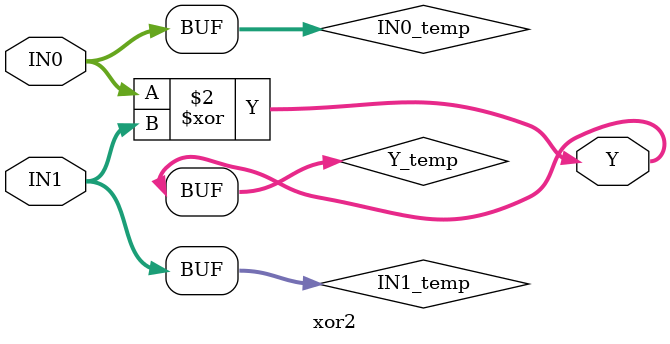
<source format=v>
module xor2(IN0,IN1,Y);
  parameter N = 8;
  parameter DPFLAG = 1;
  parameter GROUP = "dpath1";
  parameter
        d_IN0 = 0,
        d_IN1 = 0,
        d_Y = 1;
  input [(N - 1):0] IN0;
  input [(N - 1):0] IN1;
  output [(N - 1):0] Y;
  wire [(N - 1):0] IN0_temp;
  wire [(N - 1):0] IN1_temp;
  reg [(N - 1):0] Y_temp;
  assign #(d_IN0) IN0_temp = IN0;
  assign #(d_IN1) IN1_temp = IN1;
  assign #(d_Y) Y = Y_temp;
  always
    @(IN0_temp or IN1_temp)
      begin
      Y_temp = (IN0_temp ^ IN1_temp);
      end
endmodule

</source>
